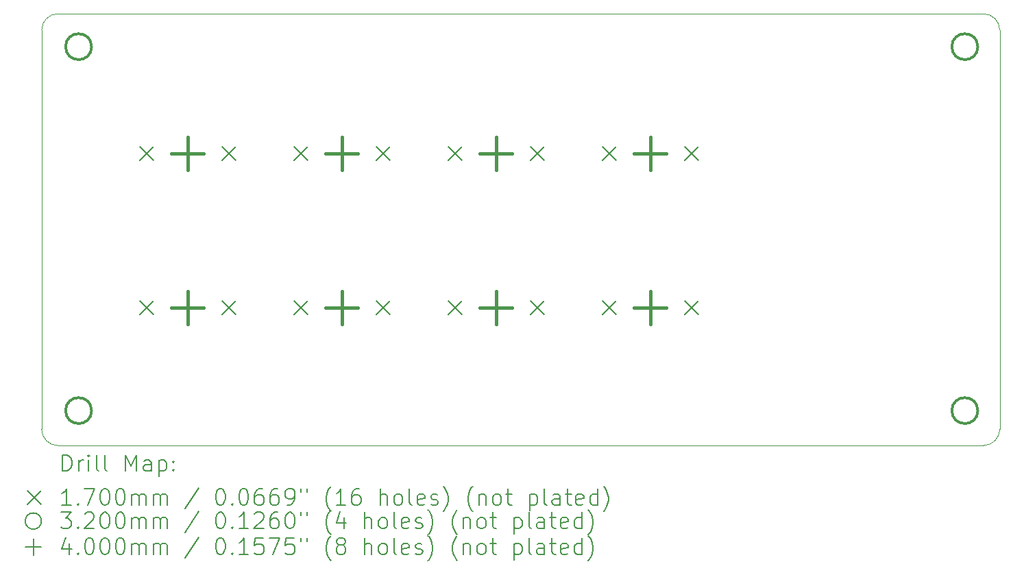
<source format=gbr>
%TF.GenerationSoftware,KiCad,Pcbnew,8.0.5*%
%TF.CreationDate,2024-10-03T21:29:44+02:00*%
%TF.ProjectId,knowabunga-macro,6b6e6f77-6162-4756-9e67-612d6d616372,rev?*%
%TF.SameCoordinates,Original*%
%TF.FileFunction,Drillmap*%
%TF.FilePolarity,Positive*%
%FSLAX45Y45*%
G04 Gerber Fmt 4.5, Leading zero omitted, Abs format (unit mm)*
G04 Created by KiCad (PCBNEW 8.0.5) date 2024-10-03 21:29:44*
%MOMM*%
%LPD*%
G01*
G04 APERTURE LIST*
%ADD10C,0.050000*%
%ADD11C,0.200000*%
%ADD12C,0.170000*%
%ADD13C,0.320000*%
%ADD14C,0.400000*%
G04 APERTURE END LIST*
D10*
X6197600Y-4292600D02*
X17627600Y-4292600D01*
X5994400Y-9423400D02*
X5994400Y-4495800D01*
X17627600Y-9626600D02*
X6197600Y-9626600D01*
X17830800Y-4495800D02*
X17830800Y-9423400D01*
X17627600Y-4292600D02*
G75*
G02*
X17830800Y-4495800I0J-203200D01*
G01*
X17830800Y-9423400D02*
G75*
G02*
X17627600Y-9626600I-203200J0D01*
G01*
X6197600Y-9626600D02*
G75*
G02*
X5994400Y-9423400I0J203200D01*
G01*
X5994400Y-4495800D02*
G75*
G02*
X6197600Y-4292600I203200J0D01*
G01*
D11*
D12*
X7204800Y-5934800D02*
X7374800Y-6104800D01*
X7374800Y-5934800D02*
X7204800Y-6104800D01*
X7204800Y-7839800D02*
X7374800Y-8009800D01*
X7374800Y-7839800D02*
X7204800Y-8009800D01*
X8220800Y-5934800D02*
X8390800Y-6104800D01*
X8390800Y-5934800D02*
X8220800Y-6104800D01*
X8220800Y-7839800D02*
X8390800Y-8009800D01*
X8390800Y-7839800D02*
X8220800Y-8009800D01*
X9109800Y-5934800D02*
X9279800Y-6104800D01*
X9279800Y-5934800D02*
X9109800Y-6104800D01*
X9109800Y-7839800D02*
X9279800Y-8009800D01*
X9279800Y-7839800D02*
X9109800Y-8009800D01*
X10125800Y-5934800D02*
X10295800Y-6104800D01*
X10295800Y-5934800D02*
X10125800Y-6104800D01*
X10125800Y-7839800D02*
X10295800Y-8009800D01*
X10295800Y-7839800D02*
X10125800Y-8009800D01*
X11014800Y-5934800D02*
X11184800Y-6104800D01*
X11184800Y-5934800D02*
X11014800Y-6104800D01*
X11014800Y-7839800D02*
X11184800Y-8009800D01*
X11184800Y-7839800D02*
X11014800Y-8009800D01*
X12030800Y-5934800D02*
X12200800Y-6104800D01*
X12200800Y-5934800D02*
X12030800Y-6104800D01*
X12030800Y-7839800D02*
X12200800Y-8009800D01*
X12200800Y-7839800D02*
X12030800Y-8009800D01*
X12919800Y-5934800D02*
X13089800Y-6104800D01*
X13089800Y-5934800D02*
X12919800Y-6104800D01*
X12919800Y-7839800D02*
X13089800Y-8009800D01*
X13089800Y-7839800D02*
X12919800Y-8009800D01*
X13935800Y-5934800D02*
X14105800Y-6104800D01*
X14105800Y-5934800D02*
X13935800Y-6104800D01*
X13935800Y-7839800D02*
X14105800Y-8009800D01*
X14105800Y-7839800D02*
X13935800Y-8009800D01*
D13*
X6611600Y-4699000D02*
G75*
G02*
X6291600Y-4699000I-160000J0D01*
G01*
X6291600Y-4699000D02*
G75*
G02*
X6611600Y-4699000I160000J0D01*
G01*
X6611600Y-9194800D02*
G75*
G02*
X6291600Y-9194800I-160000J0D01*
G01*
X6291600Y-9194800D02*
G75*
G02*
X6611600Y-9194800I160000J0D01*
G01*
X17559000Y-4699000D02*
G75*
G02*
X17239000Y-4699000I-160000J0D01*
G01*
X17239000Y-4699000D02*
G75*
G02*
X17559000Y-4699000I160000J0D01*
G01*
X17559000Y-9194800D02*
G75*
G02*
X17239000Y-9194800I-160000J0D01*
G01*
X17239000Y-9194800D02*
G75*
G02*
X17559000Y-9194800I160000J0D01*
G01*
D14*
X7797800Y-5819800D02*
X7797800Y-6219800D01*
X7597800Y-6019800D02*
X7997800Y-6019800D01*
X7797800Y-7724800D02*
X7797800Y-8124800D01*
X7597800Y-7924800D02*
X7997800Y-7924800D01*
X9702800Y-5819800D02*
X9702800Y-6219800D01*
X9502800Y-6019800D02*
X9902800Y-6019800D01*
X9702800Y-7724800D02*
X9702800Y-8124800D01*
X9502800Y-7924800D02*
X9902800Y-7924800D01*
X11607800Y-5819800D02*
X11607800Y-6219800D01*
X11407800Y-6019800D02*
X11807800Y-6019800D01*
X11607800Y-7724800D02*
X11607800Y-8124800D01*
X11407800Y-7924800D02*
X11807800Y-7924800D01*
X13512800Y-5819800D02*
X13512800Y-6219800D01*
X13312800Y-6019800D02*
X13712800Y-6019800D01*
X13512800Y-7724800D02*
X13512800Y-8124800D01*
X13312800Y-7924800D02*
X13712800Y-7924800D01*
D11*
X6252677Y-9940584D02*
X6252677Y-9740584D01*
X6252677Y-9740584D02*
X6300296Y-9740584D01*
X6300296Y-9740584D02*
X6328867Y-9750108D01*
X6328867Y-9750108D02*
X6347915Y-9769155D01*
X6347915Y-9769155D02*
X6357439Y-9788203D01*
X6357439Y-9788203D02*
X6366962Y-9826298D01*
X6366962Y-9826298D02*
X6366962Y-9854870D01*
X6366962Y-9854870D02*
X6357439Y-9892965D01*
X6357439Y-9892965D02*
X6347915Y-9912012D01*
X6347915Y-9912012D02*
X6328867Y-9931060D01*
X6328867Y-9931060D02*
X6300296Y-9940584D01*
X6300296Y-9940584D02*
X6252677Y-9940584D01*
X6452677Y-9940584D02*
X6452677Y-9807250D01*
X6452677Y-9845346D02*
X6462201Y-9826298D01*
X6462201Y-9826298D02*
X6471724Y-9816774D01*
X6471724Y-9816774D02*
X6490772Y-9807250D01*
X6490772Y-9807250D02*
X6509820Y-9807250D01*
X6576486Y-9940584D02*
X6576486Y-9807250D01*
X6576486Y-9740584D02*
X6566962Y-9750108D01*
X6566962Y-9750108D02*
X6576486Y-9759631D01*
X6576486Y-9759631D02*
X6586010Y-9750108D01*
X6586010Y-9750108D02*
X6576486Y-9740584D01*
X6576486Y-9740584D02*
X6576486Y-9759631D01*
X6700296Y-9940584D02*
X6681248Y-9931060D01*
X6681248Y-9931060D02*
X6671724Y-9912012D01*
X6671724Y-9912012D02*
X6671724Y-9740584D01*
X6805058Y-9940584D02*
X6786010Y-9931060D01*
X6786010Y-9931060D02*
X6776486Y-9912012D01*
X6776486Y-9912012D02*
X6776486Y-9740584D01*
X7033629Y-9940584D02*
X7033629Y-9740584D01*
X7033629Y-9740584D02*
X7100296Y-9883441D01*
X7100296Y-9883441D02*
X7166962Y-9740584D01*
X7166962Y-9740584D02*
X7166962Y-9940584D01*
X7347915Y-9940584D02*
X7347915Y-9835822D01*
X7347915Y-9835822D02*
X7338391Y-9816774D01*
X7338391Y-9816774D02*
X7319343Y-9807250D01*
X7319343Y-9807250D02*
X7281248Y-9807250D01*
X7281248Y-9807250D02*
X7262201Y-9816774D01*
X7347915Y-9931060D02*
X7328867Y-9940584D01*
X7328867Y-9940584D02*
X7281248Y-9940584D01*
X7281248Y-9940584D02*
X7262201Y-9931060D01*
X7262201Y-9931060D02*
X7252677Y-9912012D01*
X7252677Y-9912012D02*
X7252677Y-9892965D01*
X7252677Y-9892965D02*
X7262201Y-9873917D01*
X7262201Y-9873917D02*
X7281248Y-9864393D01*
X7281248Y-9864393D02*
X7328867Y-9864393D01*
X7328867Y-9864393D02*
X7347915Y-9854870D01*
X7443153Y-9807250D02*
X7443153Y-10007250D01*
X7443153Y-9816774D02*
X7462201Y-9807250D01*
X7462201Y-9807250D02*
X7500296Y-9807250D01*
X7500296Y-9807250D02*
X7519343Y-9816774D01*
X7519343Y-9816774D02*
X7528867Y-9826298D01*
X7528867Y-9826298D02*
X7538391Y-9845346D01*
X7538391Y-9845346D02*
X7538391Y-9902489D01*
X7538391Y-9902489D02*
X7528867Y-9921536D01*
X7528867Y-9921536D02*
X7519343Y-9931060D01*
X7519343Y-9931060D02*
X7500296Y-9940584D01*
X7500296Y-9940584D02*
X7462201Y-9940584D01*
X7462201Y-9940584D02*
X7443153Y-9931060D01*
X7624105Y-9921536D02*
X7633629Y-9931060D01*
X7633629Y-9931060D02*
X7624105Y-9940584D01*
X7624105Y-9940584D02*
X7614582Y-9931060D01*
X7614582Y-9931060D02*
X7624105Y-9921536D01*
X7624105Y-9921536D02*
X7624105Y-9940584D01*
X7624105Y-9816774D02*
X7633629Y-9826298D01*
X7633629Y-9826298D02*
X7624105Y-9835822D01*
X7624105Y-9835822D02*
X7614582Y-9826298D01*
X7614582Y-9826298D02*
X7624105Y-9816774D01*
X7624105Y-9816774D02*
X7624105Y-9835822D01*
D12*
X5821900Y-10184100D02*
X5991900Y-10354100D01*
X5991900Y-10184100D02*
X5821900Y-10354100D01*
D11*
X6357439Y-10360584D02*
X6243153Y-10360584D01*
X6300296Y-10360584D02*
X6300296Y-10160584D01*
X6300296Y-10160584D02*
X6281248Y-10189155D01*
X6281248Y-10189155D02*
X6262201Y-10208203D01*
X6262201Y-10208203D02*
X6243153Y-10217727D01*
X6443153Y-10341536D02*
X6452677Y-10351060D01*
X6452677Y-10351060D02*
X6443153Y-10360584D01*
X6443153Y-10360584D02*
X6433629Y-10351060D01*
X6433629Y-10351060D02*
X6443153Y-10341536D01*
X6443153Y-10341536D02*
X6443153Y-10360584D01*
X6519343Y-10160584D02*
X6652677Y-10160584D01*
X6652677Y-10160584D02*
X6566962Y-10360584D01*
X6766962Y-10160584D02*
X6786010Y-10160584D01*
X6786010Y-10160584D02*
X6805058Y-10170108D01*
X6805058Y-10170108D02*
X6814582Y-10179631D01*
X6814582Y-10179631D02*
X6824105Y-10198679D01*
X6824105Y-10198679D02*
X6833629Y-10236774D01*
X6833629Y-10236774D02*
X6833629Y-10284393D01*
X6833629Y-10284393D02*
X6824105Y-10322489D01*
X6824105Y-10322489D02*
X6814582Y-10341536D01*
X6814582Y-10341536D02*
X6805058Y-10351060D01*
X6805058Y-10351060D02*
X6786010Y-10360584D01*
X6786010Y-10360584D02*
X6766962Y-10360584D01*
X6766962Y-10360584D02*
X6747915Y-10351060D01*
X6747915Y-10351060D02*
X6738391Y-10341536D01*
X6738391Y-10341536D02*
X6728867Y-10322489D01*
X6728867Y-10322489D02*
X6719343Y-10284393D01*
X6719343Y-10284393D02*
X6719343Y-10236774D01*
X6719343Y-10236774D02*
X6728867Y-10198679D01*
X6728867Y-10198679D02*
X6738391Y-10179631D01*
X6738391Y-10179631D02*
X6747915Y-10170108D01*
X6747915Y-10170108D02*
X6766962Y-10160584D01*
X6957439Y-10160584D02*
X6976486Y-10160584D01*
X6976486Y-10160584D02*
X6995534Y-10170108D01*
X6995534Y-10170108D02*
X7005058Y-10179631D01*
X7005058Y-10179631D02*
X7014582Y-10198679D01*
X7014582Y-10198679D02*
X7024105Y-10236774D01*
X7024105Y-10236774D02*
X7024105Y-10284393D01*
X7024105Y-10284393D02*
X7014582Y-10322489D01*
X7014582Y-10322489D02*
X7005058Y-10341536D01*
X7005058Y-10341536D02*
X6995534Y-10351060D01*
X6995534Y-10351060D02*
X6976486Y-10360584D01*
X6976486Y-10360584D02*
X6957439Y-10360584D01*
X6957439Y-10360584D02*
X6938391Y-10351060D01*
X6938391Y-10351060D02*
X6928867Y-10341536D01*
X6928867Y-10341536D02*
X6919343Y-10322489D01*
X6919343Y-10322489D02*
X6909820Y-10284393D01*
X6909820Y-10284393D02*
X6909820Y-10236774D01*
X6909820Y-10236774D02*
X6919343Y-10198679D01*
X6919343Y-10198679D02*
X6928867Y-10179631D01*
X6928867Y-10179631D02*
X6938391Y-10170108D01*
X6938391Y-10170108D02*
X6957439Y-10160584D01*
X7109820Y-10360584D02*
X7109820Y-10227250D01*
X7109820Y-10246298D02*
X7119343Y-10236774D01*
X7119343Y-10236774D02*
X7138391Y-10227250D01*
X7138391Y-10227250D02*
X7166963Y-10227250D01*
X7166963Y-10227250D02*
X7186010Y-10236774D01*
X7186010Y-10236774D02*
X7195534Y-10255822D01*
X7195534Y-10255822D02*
X7195534Y-10360584D01*
X7195534Y-10255822D02*
X7205058Y-10236774D01*
X7205058Y-10236774D02*
X7224105Y-10227250D01*
X7224105Y-10227250D02*
X7252677Y-10227250D01*
X7252677Y-10227250D02*
X7271724Y-10236774D01*
X7271724Y-10236774D02*
X7281248Y-10255822D01*
X7281248Y-10255822D02*
X7281248Y-10360584D01*
X7376486Y-10360584D02*
X7376486Y-10227250D01*
X7376486Y-10246298D02*
X7386010Y-10236774D01*
X7386010Y-10236774D02*
X7405058Y-10227250D01*
X7405058Y-10227250D02*
X7433629Y-10227250D01*
X7433629Y-10227250D02*
X7452677Y-10236774D01*
X7452677Y-10236774D02*
X7462201Y-10255822D01*
X7462201Y-10255822D02*
X7462201Y-10360584D01*
X7462201Y-10255822D02*
X7471724Y-10236774D01*
X7471724Y-10236774D02*
X7490772Y-10227250D01*
X7490772Y-10227250D02*
X7519343Y-10227250D01*
X7519343Y-10227250D02*
X7538391Y-10236774D01*
X7538391Y-10236774D02*
X7547915Y-10255822D01*
X7547915Y-10255822D02*
X7547915Y-10360584D01*
X7938391Y-10151060D02*
X7766963Y-10408203D01*
X8195534Y-10160584D02*
X8214582Y-10160584D01*
X8214582Y-10160584D02*
X8233629Y-10170108D01*
X8233629Y-10170108D02*
X8243153Y-10179631D01*
X8243153Y-10179631D02*
X8252677Y-10198679D01*
X8252677Y-10198679D02*
X8262201Y-10236774D01*
X8262201Y-10236774D02*
X8262201Y-10284393D01*
X8262201Y-10284393D02*
X8252677Y-10322489D01*
X8252677Y-10322489D02*
X8243153Y-10341536D01*
X8243153Y-10341536D02*
X8233629Y-10351060D01*
X8233629Y-10351060D02*
X8214582Y-10360584D01*
X8214582Y-10360584D02*
X8195534Y-10360584D01*
X8195534Y-10360584D02*
X8176486Y-10351060D01*
X8176486Y-10351060D02*
X8166963Y-10341536D01*
X8166963Y-10341536D02*
X8157439Y-10322489D01*
X8157439Y-10322489D02*
X8147915Y-10284393D01*
X8147915Y-10284393D02*
X8147915Y-10236774D01*
X8147915Y-10236774D02*
X8157439Y-10198679D01*
X8157439Y-10198679D02*
X8166963Y-10179631D01*
X8166963Y-10179631D02*
X8176486Y-10170108D01*
X8176486Y-10170108D02*
X8195534Y-10160584D01*
X8347915Y-10341536D02*
X8357439Y-10351060D01*
X8357439Y-10351060D02*
X8347915Y-10360584D01*
X8347915Y-10360584D02*
X8338391Y-10351060D01*
X8338391Y-10351060D02*
X8347915Y-10341536D01*
X8347915Y-10341536D02*
X8347915Y-10360584D01*
X8481248Y-10160584D02*
X8500296Y-10160584D01*
X8500296Y-10160584D02*
X8519344Y-10170108D01*
X8519344Y-10170108D02*
X8528868Y-10179631D01*
X8528868Y-10179631D02*
X8538391Y-10198679D01*
X8538391Y-10198679D02*
X8547915Y-10236774D01*
X8547915Y-10236774D02*
X8547915Y-10284393D01*
X8547915Y-10284393D02*
X8538391Y-10322489D01*
X8538391Y-10322489D02*
X8528868Y-10341536D01*
X8528868Y-10341536D02*
X8519344Y-10351060D01*
X8519344Y-10351060D02*
X8500296Y-10360584D01*
X8500296Y-10360584D02*
X8481248Y-10360584D01*
X8481248Y-10360584D02*
X8462201Y-10351060D01*
X8462201Y-10351060D02*
X8452677Y-10341536D01*
X8452677Y-10341536D02*
X8443153Y-10322489D01*
X8443153Y-10322489D02*
X8433629Y-10284393D01*
X8433629Y-10284393D02*
X8433629Y-10236774D01*
X8433629Y-10236774D02*
X8443153Y-10198679D01*
X8443153Y-10198679D02*
X8452677Y-10179631D01*
X8452677Y-10179631D02*
X8462201Y-10170108D01*
X8462201Y-10170108D02*
X8481248Y-10160584D01*
X8719344Y-10160584D02*
X8681248Y-10160584D01*
X8681248Y-10160584D02*
X8662201Y-10170108D01*
X8662201Y-10170108D02*
X8652677Y-10179631D01*
X8652677Y-10179631D02*
X8633629Y-10208203D01*
X8633629Y-10208203D02*
X8624106Y-10246298D01*
X8624106Y-10246298D02*
X8624106Y-10322489D01*
X8624106Y-10322489D02*
X8633629Y-10341536D01*
X8633629Y-10341536D02*
X8643153Y-10351060D01*
X8643153Y-10351060D02*
X8662201Y-10360584D01*
X8662201Y-10360584D02*
X8700296Y-10360584D01*
X8700296Y-10360584D02*
X8719344Y-10351060D01*
X8719344Y-10351060D02*
X8728868Y-10341536D01*
X8728868Y-10341536D02*
X8738391Y-10322489D01*
X8738391Y-10322489D02*
X8738391Y-10274870D01*
X8738391Y-10274870D02*
X8728868Y-10255822D01*
X8728868Y-10255822D02*
X8719344Y-10246298D01*
X8719344Y-10246298D02*
X8700296Y-10236774D01*
X8700296Y-10236774D02*
X8662201Y-10236774D01*
X8662201Y-10236774D02*
X8643153Y-10246298D01*
X8643153Y-10246298D02*
X8633629Y-10255822D01*
X8633629Y-10255822D02*
X8624106Y-10274870D01*
X8909820Y-10160584D02*
X8871725Y-10160584D01*
X8871725Y-10160584D02*
X8852677Y-10170108D01*
X8852677Y-10170108D02*
X8843153Y-10179631D01*
X8843153Y-10179631D02*
X8824106Y-10208203D01*
X8824106Y-10208203D02*
X8814582Y-10246298D01*
X8814582Y-10246298D02*
X8814582Y-10322489D01*
X8814582Y-10322489D02*
X8824106Y-10341536D01*
X8824106Y-10341536D02*
X8833629Y-10351060D01*
X8833629Y-10351060D02*
X8852677Y-10360584D01*
X8852677Y-10360584D02*
X8890772Y-10360584D01*
X8890772Y-10360584D02*
X8909820Y-10351060D01*
X8909820Y-10351060D02*
X8919344Y-10341536D01*
X8919344Y-10341536D02*
X8928868Y-10322489D01*
X8928868Y-10322489D02*
X8928868Y-10274870D01*
X8928868Y-10274870D02*
X8919344Y-10255822D01*
X8919344Y-10255822D02*
X8909820Y-10246298D01*
X8909820Y-10246298D02*
X8890772Y-10236774D01*
X8890772Y-10236774D02*
X8852677Y-10236774D01*
X8852677Y-10236774D02*
X8833629Y-10246298D01*
X8833629Y-10246298D02*
X8824106Y-10255822D01*
X8824106Y-10255822D02*
X8814582Y-10274870D01*
X9024106Y-10360584D02*
X9062201Y-10360584D01*
X9062201Y-10360584D02*
X9081249Y-10351060D01*
X9081249Y-10351060D02*
X9090772Y-10341536D01*
X9090772Y-10341536D02*
X9109820Y-10312965D01*
X9109820Y-10312965D02*
X9119344Y-10274870D01*
X9119344Y-10274870D02*
X9119344Y-10198679D01*
X9119344Y-10198679D02*
X9109820Y-10179631D01*
X9109820Y-10179631D02*
X9100296Y-10170108D01*
X9100296Y-10170108D02*
X9081249Y-10160584D01*
X9081249Y-10160584D02*
X9043153Y-10160584D01*
X9043153Y-10160584D02*
X9024106Y-10170108D01*
X9024106Y-10170108D02*
X9014582Y-10179631D01*
X9014582Y-10179631D02*
X9005058Y-10198679D01*
X9005058Y-10198679D02*
X9005058Y-10246298D01*
X9005058Y-10246298D02*
X9014582Y-10265346D01*
X9014582Y-10265346D02*
X9024106Y-10274870D01*
X9024106Y-10274870D02*
X9043153Y-10284393D01*
X9043153Y-10284393D02*
X9081249Y-10284393D01*
X9081249Y-10284393D02*
X9100296Y-10274870D01*
X9100296Y-10274870D02*
X9109820Y-10265346D01*
X9109820Y-10265346D02*
X9119344Y-10246298D01*
X9195534Y-10160584D02*
X9195534Y-10198679D01*
X9271725Y-10160584D02*
X9271725Y-10198679D01*
X9566963Y-10436774D02*
X9557439Y-10427250D01*
X9557439Y-10427250D02*
X9538391Y-10398679D01*
X9538391Y-10398679D02*
X9528868Y-10379631D01*
X9528868Y-10379631D02*
X9519344Y-10351060D01*
X9519344Y-10351060D02*
X9509820Y-10303441D01*
X9509820Y-10303441D02*
X9509820Y-10265346D01*
X9509820Y-10265346D02*
X9519344Y-10217727D01*
X9519344Y-10217727D02*
X9528868Y-10189155D01*
X9528868Y-10189155D02*
X9538391Y-10170108D01*
X9538391Y-10170108D02*
X9557439Y-10141536D01*
X9557439Y-10141536D02*
X9566963Y-10132012D01*
X9747915Y-10360584D02*
X9633630Y-10360584D01*
X9690772Y-10360584D02*
X9690772Y-10160584D01*
X9690772Y-10160584D02*
X9671725Y-10189155D01*
X9671725Y-10189155D02*
X9652677Y-10208203D01*
X9652677Y-10208203D02*
X9633630Y-10217727D01*
X9919344Y-10160584D02*
X9881249Y-10160584D01*
X9881249Y-10160584D02*
X9862201Y-10170108D01*
X9862201Y-10170108D02*
X9852677Y-10179631D01*
X9852677Y-10179631D02*
X9833630Y-10208203D01*
X9833630Y-10208203D02*
X9824106Y-10246298D01*
X9824106Y-10246298D02*
X9824106Y-10322489D01*
X9824106Y-10322489D02*
X9833630Y-10341536D01*
X9833630Y-10341536D02*
X9843153Y-10351060D01*
X9843153Y-10351060D02*
X9862201Y-10360584D01*
X9862201Y-10360584D02*
X9900296Y-10360584D01*
X9900296Y-10360584D02*
X9919344Y-10351060D01*
X9919344Y-10351060D02*
X9928868Y-10341536D01*
X9928868Y-10341536D02*
X9938391Y-10322489D01*
X9938391Y-10322489D02*
X9938391Y-10274870D01*
X9938391Y-10274870D02*
X9928868Y-10255822D01*
X9928868Y-10255822D02*
X9919344Y-10246298D01*
X9919344Y-10246298D02*
X9900296Y-10236774D01*
X9900296Y-10236774D02*
X9862201Y-10236774D01*
X9862201Y-10236774D02*
X9843153Y-10246298D01*
X9843153Y-10246298D02*
X9833630Y-10255822D01*
X9833630Y-10255822D02*
X9824106Y-10274870D01*
X10176487Y-10360584D02*
X10176487Y-10160584D01*
X10262201Y-10360584D02*
X10262201Y-10255822D01*
X10262201Y-10255822D02*
X10252677Y-10236774D01*
X10252677Y-10236774D02*
X10233630Y-10227250D01*
X10233630Y-10227250D02*
X10205058Y-10227250D01*
X10205058Y-10227250D02*
X10186011Y-10236774D01*
X10186011Y-10236774D02*
X10176487Y-10246298D01*
X10386011Y-10360584D02*
X10366963Y-10351060D01*
X10366963Y-10351060D02*
X10357439Y-10341536D01*
X10357439Y-10341536D02*
X10347915Y-10322489D01*
X10347915Y-10322489D02*
X10347915Y-10265346D01*
X10347915Y-10265346D02*
X10357439Y-10246298D01*
X10357439Y-10246298D02*
X10366963Y-10236774D01*
X10366963Y-10236774D02*
X10386011Y-10227250D01*
X10386011Y-10227250D02*
X10414582Y-10227250D01*
X10414582Y-10227250D02*
X10433630Y-10236774D01*
X10433630Y-10236774D02*
X10443153Y-10246298D01*
X10443153Y-10246298D02*
X10452677Y-10265346D01*
X10452677Y-10265346D02*
X10452677Y-10322489D01*
X10452677Y-10322489D02*
X10443153Y-10341536D01*
X10443153Y-10341536D02*
X10433630Y-10351060D01*
X10433630Y-10351060D02*
X10414582Y-10360584D01*
X10414582Y-10360584D02*
X10386011Y-10360584D01*
X10566963Y-10360584D02*
X10547915Y-10351060D01*
X10547915Y-10351060D02*
X10538392Y-10332012D01*
X10538392Y-10332012D02*
X10538392Y-10160584D01*
X10719344Y-10351060D02*
X10700296Y-10360584D01*
X10700296Y-10360584D02*
X10662201Y-10360584D01*
X10662201Y-10360584D02*
X10643153Y-10351060D01*
X10643153Y-10351060D02*
X10633630Y-10332012D01*
X10633630Y-10332012D02*
X10633630Y-10255822D01*
X10633630Y-10255822D02*
X10643153Y-10236774D01*
X10643153Y-10236774D02*
X10662201Y-10227250D01*
X10662201Y-10227250D02*
X10700296Y-10227250D01*
X10700296Y-10227250D02*
X10719344Y-10236774D01*
X10719344Y-10236774D02*
X10728868Y-10255822D01*
X10728868Y-10255822D02*
X10728868Y-10274870D01*
X10728868Y-10274870D02*
X10633630Y-10293917D01*
X10805058Y-10351060D02*
X10824106Y-10360584D01*
X10824106Y-10360584D02*
X10862201Y-10360584D01*
X10862201Y-10360584D02*
X10881249Y-10351060D01*
X10881249Y-10351060D02*
X10890773Y-10332012D01*
X10890773Y-10332012D02*
X10890773Y-10322489D01*
X10890773Y-10322489D02*
X10881249Y-10303441D01*
X10881249Y-10303441D02*
X10862201Y-10293917D01*
X10862201Y-10293917D02*
X10833630Y-10293917D01*
X10833630Y-10293917D02*
X10814582Y-10284393D01*
X10814582Y-10284393D02*
X10805058Y-10265346D01*
X10805058Y-10265346D02*
X10805058Y-10255822D01*
X10805058Y-10255822D02*
X10814582Y-10236774D01*
X10814582Y-10236774D02*
X10833630Y-10227250D01*
X10833630Y-10227250D02*
X10862201Y-10227250D01*
X10862201Y-10227250D02*
X10881249Y-10236774D01*
X10957439Y-10436774D02*
X10966963Y-10427250D01*
X10966963Y-10427250D02*
X10986011Y-10398679D01*
X10986011Y-10398679D02*
X10995534Y-10379631D01*
X10995534Y-10379631D02*
X11005058Y-10351060D01*
X11005058Y-10351060D02*
X11014582Y-10303441D01*
X11014582Y-10303441D02*
X11014582Y-10265346D01*
X11014582Y-10265346D02*
X11005058Y-10217727D01*
X11005058Y-10217727D02*
X10995534Y-10189155D01*
X10995534Y-10189155D02*
X10986011Y-10170108D01*
X10986011Y-10170108D02*
X10966963Y-10141536D01*
X10966963Y-10141536D02*
X10957439Y-10132012D01*
X11319344Y-10436774D02*
X11309820Y-10427250D01*
X11309820Y-10427250D02*
X11290772Y-10398679D01*
X11290772Y-10398679D02*
X11281249Y-10379631D01*
X11281249Y-10379631D02*
X11271725Y-10351060D01*
X11271725Y-10351060D02*
X11262201Y-10303441D01*
X11262201Y-10303441D02*
X11262201Y-10265346D01*
X11262201Y-10265346D02*
X11271725Y-10217727D01*
X11271725Y-10217727D02*
X11281249Y-10189155D01*
X11281249Y-10189155D02*
X11290772Y-10170108D01*
X11290772Y-10170108D02*
X11309820Y-10141536D01*
X11309820Y-10141536D02*
X11319344Y-10132012D01*
X11395534Y-10227250D02*
X11395534Y-10360584D01*
X11395534Y-10246298D02*
X11405058Y-10236774D01*
X11405058Y-10236774D02*
X11424106Y-10227250D01*
X11424106Y-10227250D02*
X11452677Y-10227250D01*
X11452677Y-10227250D02*
X11471725Y-10236774D01*
X11471725Y-10236774D02*
X11481249Y-10255822D01*
X11481249Y-10255822D02*
X11481249Y-10360584D01*
X11605058Y-10360584D02*
X11586011Y-10351060D01*
X11586011Y-10351060D02*
X11576487Y-10341536D01*
X11576487Y-10341536D02*
X11566963Y-10322489D01*
X11566963Y-10322489D02*
X11566963Y-10265346D01*
X11566963Y-10265346D02*
X11576487Y-10246298D01*
X11576487Y-10246298D02*
X11586011Y-10236774D01*
X11586011Y-10236774D02*
X11605058Y-10227250D01*
X11605058Y-10227250D02*
X11633630Y-10227250D01*
X11633630Y-10227250D02*
X11652677Y-10236774D01*
X11652677Y-10236774D02*
X11662201Y-10246298D01*
X11662201Y-10246298D02*
X11671725Y-10265346D01*
X11671725Y-10265346D02*
X11671725Y-10322489D01*
X11671725Y-10322489D02*
X11662201Y-10341536D01*
X11662201Y-10341536D02*
X11652677Y-10351060D01*
X11652677Y-10351060D02*
X11633630Y-10360584D01*
X11633630Y-10360584D02*
X11605058Y-10360584D01*
X11728868Y-10227250D02*
X11805058Y-10227250D01*
X11757439Y-10160584D02*
X11757439Y-10332012D01*
X11757439Y-10332012D02*
X11766963Y-10351060D01*
X11766963Y-10351060D02*
X11786011Y-10360584D01*
X11786011Y-10360584D02*
X11805058Y-10360584D01*
X12024106Y-10227250D02*
X12024106Y-10427250D01*
X12024106Y-10236774D02*
X12043153Y-10227250D01*
X12043153Y-10227250D02*
X12081249Y-10227250D01*
X12081249Y-10227250D02*
X12100296Y-10236774D01*
X12100296Y-10236774D02*
X12109820Y-10246298D01*
X12109820Y-10246298D02*
X12119344Y-10265346D01*
X12119344Y-10265346D02*
X12119344Y-10322489D01*
X12119344Y-10322489D02*
X12109820Y-10341536D01*
X12109820Y-10341536D02*
X12100296Y-10351060D01*
X12100296Y-10351060D02*
X12081249Y-10360584D01*
X12081249Y-10360584D02*
X12043153Y-10360584D01*
X12043153Y-10360584D02*
X12024106Y-10351060D01*
X12233630Y-10360584D02*
X12214582Y-10351060D01*
X12214582Y-10351060D02*
X12205058Y-10332012D01*
X12205058Y-10332012D02*
X12205058Y-10160584D01*
X12395534Y-10360584D02*
X12395534Y-10255822D01*
X12395534Y-10255822D02*
X12386011Y-10236774D01*
X12386011Y-10236774D02*
X12366963Y-10227250D01*
X12366963Y-10227250D02*
X12328868Y-10227250D01*
X12328868Y-10227250D02*
X12309820Y-10236774D01*
X12395534Y-10351060D02*
X12376487Y-10360584D01*
X12376487Y-10360584D02*
X12328868Y-10360584D01*
X12328868Y-10360584D02*
X12309820Y-10351060D01*
X12309820Y-10351060D02*
X12300296Y-10332012D01*
X12300296Y-10332012D02*
X12300296Y-10312965D01*
X12300296Y-10312965D02*
X12309820Y-10293917D01*
X12309820Y-10293917D02*
X12328868Y-10284393D01*
X12328868Y-10284393D02*
X12376487Y-10284393D01*
X12376487Y-10284393D02*
X12395534Y-10274870D01*
X12462201Y-10227250D02*
X12538392Y-10227250D01*
X12490773Y-10160584D02*
X12490773Y-10332012D01*
X12490773Y-10332012D02*
X12500296Y-10351060D01*
X12500296Y-10351060D02*
X12519344Y-10360584D01*
X12519344Y-10360584D02*
X12538392Y-10360584D01*
X12681249Y-10351060D02*
X12662201Y-10360584D01*
X12662201Y-10360584D02*
X12624106Y-10360584D01*
X12624106Y-10360584D02*
X12605058Y-10351060D01*
X12605058Y-10351060D02*
X12595534Y-10332012D01*
X12595534Y-10332012D02*
X12595534Y-10255822D01*
X12595534Y-10255822D02*
X12605058Y-10236774D01*
X12605058Y-10236774D02*
X12624106Y-10227250D01*
X12624106Y-10227250D02*
X12662201Y-10227250D01*
X12662201Y-10227250D02*
X12681249Y-10236774D01*
X12681249Y-10236774D02*
X12690773Y-10255822D01*
X12690773Y-10255822D02*
X12690773Y-10274870D01*
X12690773Y-10274870D02*
X12595534Y-10293917D01*
X12862201Y-10360584D02*
X12862201Y-10160584D01*
X12862201Y-10351060D02*
X12843154Y-10360584D01*
X12843154Y-10360584D02*
X12805058Y-10360584D01*
X12805058Y-10360584D02*
X12786011Y-10351060D01*
X12786011Y-10351060D02*
X12776487Y-10341536D01*
X12776487Y-10341536D02*
X12766963Y-10322489D01*
X12766963Y-10322489D02*
X12766963Y-10265346D01*
X12766963Y-10265346D02*
X12776487Y-10246298D01*
X12776487Y-10246298D02*
X12786011Y-10236774D01*
X12786011Y-10236774D02*
X12805058Y-10227250D01*
X12805058Y-10227250D02*
X12843154Y-10227250D01*
X12843154Y-10227250D02*
X12862201Y-10236774D01*
X12938392Y-10436774D02*
X12947915Y-10427250D01*
X12947915Y-10427250D02*
X12966963Y-10398679D01*
X12966963Y-10398679D02*
X12976487Y-10379631D01*
X12976487Y-10379631D02*
X12986011Y-10351060D01*
X12986011Y-10351060D02*
X12995534Y-10303441D01*
X12995534Y-10303441D02*
X12995534Y-10265346D01*
X12995534Y-10265346D02*
X12986011Y-10217727D01*
X12986011Y-10217727D02*
X12976487Y-10189155D01*
X12976487Y-10189155D02*
X12966963Y-10170108D01*
X12966963Y-10170108D02*
X12947915Y-10141536D01*
X12947915Y-10141536D02*
X12938392Y-10132012D01*
X5991900Y-10559100D02*
G75*
G02*
X5791900Y-10559100I-100000J0D01*
G01*
X5791900Y-10559100D02*
G75*
G02*
X5991900Y-10559100I100000J0D01*
G01*
X6233629Y-10450584D02*
X6357439Y-10450584D01*
X6357439Y-10450584D02*
X6290772Y-10526774D01*
X6290772Y-10526774D02*
X6319343Y-10526774D01*
X6319343Y-10526774D02*
X6338391Y-10536298D01*
X6338391Y-10536298D02*
X6347915Y-10545822D01*
X6347915Y-10545822D02*
X6357439Y-10564870D01*
X6357439Y-10564870D02*
X6357439Y-10612489D01*
X6357439Y-10612489D02*
X6347915Y-10631536D01*
X6347915Y-10631536D02*
X6338391Y-10641060D01*
X6338391Y-10641060D02*
X6319343Y-10650584D01*
X6319343Y-10650584D02*
X6262201Y-10650584D01*
X6262201Y-10650584D02*
X6243153Y-10641060D01*
X6243153Y-10641060D02*
X6233629Y-10631536D01*
X6443153Y-10631536D02*
X6452677Y-10641060D01*
X6452677Y-10641060D02*
X6443153Y-10650584D01*
X6443153Y-10650584D02*
X6433629Y-10641060D01*
X6433629Y-10641060D02*
X6443153Y-10631536D01*
X6443153Y-10631536D02*
X6443153Y-10650584D01*
X6528867Y-10469631D02*
X6538391Y-10460108D01*
X6538391Y-10460108D02*
X6557439Y-10450584D01*
X6557439Y-10450584D02*
X6605058Y-10450584D01*
X6605058Y-10450584D02*
X6624105Y-10460108D01*
X6624105Y-10460108D02*
X6633629Y-10469631D01*
X6633629Y-10469631D02*
X6643153Y-10488679D01*
X6643153Y-10488679D02*
X6643153Y-10507727D01*
X6643153Y-10507727D02*
X6633629Y-10536298D01*
X6633629Y-10536298D02*
X6519343Y-10650584D01*
X6519343Y-10650584D02*
X6643153Y-10650584D01*
X6766962Y-10450584D02*
X6786010Y-10450584D01*
X6786010Y-10450584D02*
X6805058Y-10460108D01*
X6805058Y-10460108D02*
X6814582Y-10469631D01*
X6814582Y-10469631D02*
X6824105Y-10488679D01*
X6824105Y-10488679D02*
X6833629Y-10526774D01*
X6833629Y-10526774D02*
X6833629Y-10574393D01*
X6833629Y-10574393D02*
X6824105Y-10612489D01*
X6824105Y-10612489D02*
X6814582Y-10631536D01*
X6814582Y-10631536D02*
X6805058Y-10641060D01*
X6805058Y-10641060D02*
X6786010Y-10650584D01*
X6786010Y-10650584D02*
X6766962Y-10650584D01*
X6766962Y-10650584D02*
X6747915Y-10641060D01*
X6747915Y-10641060D02*
X6738391Y-10631536D01*
X6738391Y-10631536D02*
X6728867Y-10612489D01*
X6728867Y-10612489D02*
X6719343Y-10574393D01*
X6719343Y-10574393D02*
X6719343Y-10526774D01*
X6719343Y-10526774D02*
X6728867Y-10488679D01*
X6728867Y-10488679D02*
X6738391Y-10469631D01*
X6738391Y-10469631D02*
X6747915Y-10460108D01*
X6747915Y-10460108D02*
X6766962Y-10450584D01*
X6957439Y-10450584D02*
X6976486Y-10450584D01*
X6976486Y-10450584D02*
X6995534Y-10460108D01*
X6995534Y-10460108D02*
X7005058Y-10469631D01*
X7005058Y-10469631D02*
X7014582Y-10488679D01*
X7014582Y-10488679D02*
X7024105Y-10526774D01*
X7024105Y-10526774D02*
X7024105Y-10574393D01*
X7024105Y-10574393D02*
X7014582Y-10612489D01*
X7014582Y-10612489D02*
X7005058Y-10631536D01*
X7005058Y-10631536D02*
X6995534Y-10641060D01*
X6995534Y-10641060D02*
X6976486Y-10650584D01*
X6976486Y-10650584D02*
X6957439Y-10650584D01*
X6957439Y-10650584D02*
X6938391Y-10641060D01*
X6938391Y-10641060D02*
X6928867Y-10631536D01*
X6928867Y-10631536D02*
X6919343Y-10612489D01*
X6919343Y-10612489D02*
X6909820Y-10574393D01*
X6909820Y-10574393D02*
X6909820Y-10526774D01*
X6909820Y-10526774D02*
X6919343Y-10488679D01*
X6919343Y-10488679D02*
X6928867Y-10469631D01*
X6928867Y-10469631D02*
X6938391Y-10460108D01*
X6938391Y-10460108D02*
X6957439Y-10450584D01*
X7109820Y-10650584D02*
X7109820Y-10517250D01*
X7109820Y-10536298D02*
X7119343Y-10526774D01*
X7119343Y-10526774D02*
X7138391Y-10517250D01*
X7138391Y-10517250D02*
X7166963Y-10517250D01*
X7166963Y-10517250D02*
X7186010Y-10526774D01*
X7186010Y-10526774D02*
X7195534Y-10545822D01*
X7195534Y-10545822D02*
X7195534Y-10650584D01*
X7195534Y-10545822D02*
X7205058Y-10526774D01*
X7205058Y-10526774D02*
X7224105Y-10517250D01*
X7224105Y-10517250D02*
X7252677Y-10517250D01*
X7252677Y-10517250D02*
X7271724Y-10526774D01*
X7271724Y-10526774D02*
X7281248Y-10545822D01*
X7281248Y-10545822D02*
X7281248Y-10650584D01*
X7376486Y-10650584D02*
X7376486Y-10517250D01*
X7376486Y-10536298D02*
X7386010Y-10526774D01*
X7386010Y-10526774D02*
X7405058Y-10517250D01*
X7405058Y-10517250D02*
X7433629Y-10517250D01*
X7433629Y-10517250D02*
X7452677Y-10526774D01*
X7452677Y-10526774D02*
X7462201Y-10545822D01*
X7462201Y-10545822D02*
X7462201Y-10650584D01*
X7462201Y-10545822D02*
X7471724Y-10526774D01*
X7471724Y-10526774D02*
X7490772Y-10517250D01*
X7490772Y-10517250D02*
X7519343Y-10517250D01*
X7519343Y-10517250D02*
X7538391Y-10526774D01*
X7538391Y-10526774D02*
X7547915Y-10545822D01*
X7547915Y-10545822D02*
X7547915Y-10650584D01*
X7938391Y-10441060D02*
X7766963Y-10698203D01*
X8195534Y-10450584D02*
X8214582Y-10450584D01*
X8214582Y-10450584D02*
X8233629Y-10460108D01*
X8233629Y-10460108D02*
X8243153Y-10469631D01*
X8243153Y-10469631D02*
X8252677Y-10488679D01*
X8252677Y-10488679D02*
X8262201Y-10526774D01*
X8262201Y-10526774D02*
X8262201Y-10574393D01*
X8262201Y-10574393D02*
X8252677Y-10612489D01*
X8252677Y-10612489D02*
X8243153Y-10631536D01*
X8243153Y-10631536D02*
X8233629Y-10641060D01*
X8233629Y-10641060D02*
X8214582Y-10650584D01*
X8214582Y-10650584D02*
X8195534Y-10650584D01*
X8195534Y-10650584D02*
X8176486Y-10641060D01*
X8176486Y-10641060D02*
X8166963Y-10631536D01*
X8166963Y-10631536D02*
X8157439Y-10612489D01*
X8157439Y-10612489D02*
X8147915Y-10574393D01*
X8147915Y-10574393D02*
X8147915Y-10526774D01*
X8147915Y-10526774D02*
X8157439Y-10488679D01*
X8157439Y-10488679D02*
X8166963Y-10469631D01*
X8166963Y-10469631D02*
X8176486Y-10460108D01*
X8176486Y-10460108D02*
X8195534Y-10450584D01*
X8347915Y-10631536D02*
X8357439Y-10641060D01*
X8357439Y-10641060D02*
X8347915Y-10650584D01*
X8347915Y-10650584D02*
X8338391Y-10641060D01*
X8338391Y-10641060D02*
X8347915Y-10631536D01*
X8347915Y-10631536D02*
X8347915Y-10650584D01*
X8547915Y-10650584D02*
X8433629Y-10650584D01*
X8490772Y-10650584D02*
X8490772Y-10450584D01*
X8490772Y-10450584D02*
X8471725Y-10479155D01*
X8471725Y-10479155D02*
X8452677Y-10498203D01*
X8452677Y-10498203D02*
X8433629Y-10507727D01*
X8624106Y-10469631D02*
X8633629Y-10460108D01*
X8633629Y-10460108D02*
X8652677Y-10450584D01*
X8652677Y-10450584D02*
X8700296Y-10450584D01*
X8700296Y-10450584D02*
X8719344Y-10460108D01*
X8719344Y-10460108D02*
X8728868Y-10469631D01*
X8728868Y-10469631D02*
X8738391Y-10488679D01*
X8738391Y-10488679D02*
X8738391Y-10507727D01*
X8738391Y-10507727D02*
X8728868Y-10536298D01*
X8728868Y-10536298D02*
X8614582Y-10650584D01*
X8614582Y-10650584D02*
X8738391Y-10650584D01*
X8909820Y-10450584D02*
X8871725Y-10450584D01*
X8871725Y-10450584D02*
X8852677Y-10460108D01*
X8852677Y-10460108D02*
X8843153Y-10469631D01*
X8843153Y-10469631D02*
X8824106Y-10498203D01*
X8824106Y-10498203D02*
X8814582Y-10536298D01*
X8814582Y-10536298D02*
X8814582Y-10612489D01*
X8814582Y-10612489D02*
X8824106Y-10631536D01*
X8824106Y-10631536D02*
X8833629Y-10641060D01*
X8833629Y-10641060D02*
X8852677Y-10650584D01*
X8852677Y-10650584D02*
X8890772Y-10650584D01*
X8890772Y-10650584D02*
X8909820Y-10641060D01*
X8909820Y-10641060D02*
X8919344Y-10631536D01*
X8919344Y-10631536D02*
X8928868Y-10612489D01*
X8928868Y-10612489D02*
X8928868Y-10564870D01*
X8928868Y-10564870D02*
X8919344Y-10545822D01*
X8919344Y-10545822D02*
X8909820Y-10536298D01*
X8909820Y-10536298D02*
X8890772Y-10526774D01*
X8890772Y-10526774D02*
X8852677Y-10526774D01*
X8852677Y-10526774D02*
X8833629Y-10536298D01*
X8833629Y-10536298D02*
X8824106Y-10545822D01*
X8824106Y-10545822D02*
X8814582Y-10564870D01*
X9052677Y-10450584D02*
X9071725Y-10450584D01*
X9071725Y-10450584D02*
X9090772Y-10460108D01*
X9090772Y-10460108D02*
X9100296Y-10469631D01*
X9100296Y-10469631D02*
X9109820Y-10488679D01*
X9109820Y-10488679D02*
X9119344Y-10526774D01*
X9119344Y-10526774D02*
X9119344Y-10574393D01*
X9119344Y-10574393D02*
X9109820Y-10612489D01*
X9109820Y-10612489D02*
X9100296Y-10631536D01*
X9100296Y-10631536D02*
X9090772Y-10641060D01*
X9090772Y-10641060D02*
X9071725Y-10650584D01*
X9071725Y-10650584D02*
X9052677Y-10650584D01*
X9052677Y-10650584D02*
X9033629Y-10641060D01*
X9033629Y-10641060D02*
X9024106Y-10631536D01*
X9024106Y-10631536D02*
X9014582Y-10612489D01*
X9014582Y-10612489D02*
X9005058Y-10574393D01*
X9005058Y-10574393D02*
X9005058Y-10526774D01*
X9005058Y-10526774D02*
X9014582Y-10488679D01*
X9014582Y-10488679D02*
X9024106Y-10469631D01*
X9024106Y-10469631D02*
X9033629Y-10460108D01*
X9033629Y-10460108D02*
X9052677Y-10450584D01*
X9195534Y-10450584D02*
X9195534Y-10488679D01*
X9271725Y-10450584D02*
X9271725Y-10488679D01*
X9566963Y-10726774D02*
X9557439Y-10717250D01*
X9557439Y-10717250D02*
X9538391Y-10688679D01*
X9538391Y-10688679D02*
X9528868Y-10669631D01*
X9528868Y-10669631D02*
X9519344Y-10641060D01*
X9519344Y-10641060D02*
X9509820Y-10593441D01*
X9509820Y-10593441D02*
X9509820Y-10555346D01*
X9509820Y-10555346D02*
X9519344Y-10507727D01*
X9519344Y-10507727D02*
X9528868Y-10479155D01*
X9528868Y-10479155D02*
X9538391Y-10460108D01*
X9538391Y-10460108D02*
X9557439Y-10431536D01*
X9557439Y-10431536D02*
X9566963Y-10422012D01*
X9728868Y-10517250D02*
X9728868Y-10650584D01*
X9681249Y-10441060D02*
X9633630Y-10583917D01*
X9633630Y-10583917D02*
X9757439Y-10583917D01*
X9986011Y-10650584D02*
X9986011Y-10450584D01*
X10071725Y-10650584D02*
X10071725Y-10545822D01*
X10071725Y-10545822D02*
X10062201Y-10526774D01*
X10062201Y-10526774D02*
X10043153Y-10517250D01*
X10043153Y-10517250D02*
X10014582Y-10517250D01*
X10014582Y-10517250D02*
X9995534Y-10526774D01*
X9995534Y-10526774D02*
X9986011Y-10536298D01*
X10195534Y-10650584D02*
X10176487Y-10641060D01*
X10176487Y-10641060D02*
X10166963Y-10631536D01*
X10166963Y-10631536D02*
X10157439Y-10612489D01*
X10157439Y-10612489D02*
X10157439Y-10555346D01*
X10157439Y-10555346D02*
X10166963Y-10536298D01*
X10166963Y-10536298D02*
X10176487Y-10526774D01*
X10176487Y-10526774D02*
X10195534Y-10517250D01*
X10195534Y-10517250D02*
X10224106Y-10517250D01*
X10224106Y-10517250D02*
X10243153Y-10526774D01*
X10243153Y-10526774D02*
X10252677Y-10536298D01*
X10252677Y-10536298D02*
X10262201Y-10555346D01*
X10262201Y-10555346D02*
X10262201Y-10612489D01*
X10262201Y-10612489D02*
X10252677Y-10631536D01*
X10252677Y-10631536D02*
X10243153Y-10641060D01*
X10243153Y-10641060D02*
X10224106Y-10650584D01*
X10224106Y-10650584D02*
X10195534Y-10650584D01*
X10376487Y-10650584D02*
X10357439Y-10641060D01*
X10357439Y-10641060D02*
X10347915Y-10622012D01*
X10347915Y-10622012D02*
X10347915Y-10450584D01*
X10528868Y-10641060D02*
X10509820Y-10650584D01*
X10509820Y-10650584D02*
X10471725Y-10650584D01*
X10471725Y-10650584D02*
X10452677Y-10641060D01*
X10452677Y-10641060D02*
X10443153Y-10622012D01*
X10443153Y-10622012D02*
X10443153Y-10545822D01*
X10443153Y-10545822D02*
X10452677Y-10526774D01*
X10452677Y-10526774D02*
X10471725Y-10517250D01*
X10471725Y-10517250D02*
X10509820Y-10517250D01*
X10509820Y-10517250D02*
X10528868Y-10526774D01*
X10528868Y-10526774D02*
X10538392Y-10545822D01*
X10538392Y-10545822D02*
X10538392Y-10564870D01*
X10538392Y-10564870D02*
X10443153Y-10583917D01*
X10614582Y-10641060D02*
X10633630Y-10650584D01*
X10633630Y-10650584D02*
X10671725Y-10650584D01*
X10671725Y-10650584D02*
X10690773Y-10641060D01*
X10690773Y-10641060D02*
X10700296Y-10622012D01*
X10700296Y-10622012D02*
X10700296Y-10612489D01*
X10700296Y-10612489D02*
X10690773Y-10593441D01*
X10690773Y-10593441D02*
X10671725Y-10583917D01*
X10671725Y-10583917D02*
X10643153Y-10583917D01*
X10643153Y-10583917D02*
X10624106Y-10574393D01*
X10624106Y-10574393D02*
X10614582Y-10555346D01*
X10614582Y-10555346D02*
X10614582Y-10545822D01*
X10614582Y-10545822D02*
X10624106Y-10526774D01*
X10624106Y-10526774D02*
X10643153Y-10517250D01*
X10643153Y-10517250D02*
X10671725Y-10517250D01*
X10671725Y-10517250D02*
X10690773Y-10526774D01*
X10766963Y-10726774D02*
X10776487Y-10717250D01*
X10776487Y-10717250D02*
X10795534Y-10688679D01*
X10795534Y-10688679D02*
X10805058Y-10669631D01*
X10805058Y-10669631D02*
X10814582Y-10641060D01*
X10814582Y-10641060D02*
X10824106Y-10593441D01*
X10824106Y-10593441D02*
X10824106Y-10555346D01*
X10824106Y-10555346D02*
X10814582Y-10507727D01*
X10814582Y-10507727D02*
X10805058Y-10479155D01*
X10805058Y-10479155D02*
X10795534Y-10460108D01*
X10795534Y-10460108D02*
X10776487Y-10431536D01*
X10776487Y-10431536D02*
X10766963Y-10422012D01*
X11128868Y-10726774D02*
X11119344Y-10717250D01*
X11119344Y-10717250D02*
X11100296Y-10688679D01*
X11100296Y-10688679D02*
X11090773Y-10669631D01*
X11090773Y-10669631D02*
X11081249Y-10641060D01*
X11081249Y-10641060D02*
X11071725Y-10593441D01*
X11071725Y-10593441D02*
X11071725Y-10555346D01*
X11071725Y-10555346D02*
X11081249Y-10507727D01*
X11081249Y-10507727D02*
X11090773Y-10479155D01*
X11090773Y-10479155D02*
X11100296Y-10460108D01*
X11100296Y-10460108D02*
X11119344Y-10431536D01*
X11119344Y-10431536D02*
X11128868Y-10422012D01*
X11205058Y-10517250D02*
X11205058Y-10650584D01*
X11205058Y-10536298D02*
X11214582Y-10526774D01*
X11214582Y-10526774D02*
X11233630Y-10517250D01*
X11233630Y-10517250D02*
X11262201Y-10517250D01*
X11262201Y-10517250D02*
X11281249Y-10526774D01*
X11281249Y-10526774D02*
X11290772Y-10545822D01*
X11290772Y-10545822D02*
X11290772Y-10650584D01*
X11414582Y-10650584D02*
X11395534Y-10641060D01*
X11395534Y-10641060D02*
X11386011Y-10631536D01*
X11386011Y-10631536D02*
X11376487Y-10612489D01*
X11376487Y-10612489D02*
X11376487Y-10555346D01*
X11376487Y-10555346D02*
X11386011Y-10536298D01*
X11386011Y-10536298D02*
X11395534Y-10526774D01*
X11395534Y-10526774D02*
X11414582Y-10517250D01*
X11414582Y-10517250D02*
X11443153Y-10517250D01*
X11443153Y-10517250D02*
X11462201Y-10526774D01*
X11462201Y-10526774D02*
X11471725Y-10536298D01*
X11471725Y-10536298D02*
X11481249Y-10555346D01*
X11481249Y-10555346D02*
X11481249Y-10612489D01*
X11481249Y-10612489D02*
X11471725Y-10631536D01*
X11471725Y-10631536D02*
X11462201Y-10641060D01*
X11462201Y-10641060D02*
X11443153Y-10650584D01*
X11443153Y-10650584D02*
X11414582Y-10650584D01*
X11538392Y-10517250D02*
X11614582Y-10517250D01*
X11566963Y-10450584D02*
X11566963Y-10622012D01*
X11566963Y-10622012D02*
X11576487Y-10641060D01*
X11576487Y-10641060D02*
X11595534Y-10650584D01*
X11595534Y-10650584D02*
X11614582Y-10650584D01*
X11833630Y-10517250D02*
X11833630Y-10717250D01*
X11833630Y-10526774D02*
X11852677Y-10517250D01*
X11852677Y-10517250D02*
X11890773Y-10517250D01*
X11890773Y-10517250D02*
X11909820Y-10526774D01*
X11909820Y-10526774D02*
X11919344Y-10536298D01*
X11919344Y-10536298D02*
X11928868Y-10555346D01*
X11928868Y-10555346D02*
X11928868Y-10612489D01*
X11928868Y-10612489D02*
X11919344Y-10631536D01*
X11919344Y-10631536D02*
X11909820Y-10641060D01*
X11909820Y-10641060D02*
X11890773Y-10650584D01*
X11890773Y-10650584D02*
X11852677Y-10650584D01*
X11852677Y-10650584D02*
X11833630Y-10641060D01*
X12043153Y-10650584D02*
X12024106Y-10641060D01*
X12024106Y-10641060D02*
X12014582Y-10622012D01*
X12014582Y-10622012D02*
X12014582Y-10450584D01*
X12205058Y-10650584D02*
X12205058Y-10545822D01*
X12205058Y-10545822D02*
X12195534Y-10526774D01*
X12195534Y-10526774D02*
X12176487Y-10517250D01*
X12176487Y-10517250D02*
X12138392Y-10517250D01*
X12138392Y-10517250D02*
X12119344Y-10526774D01*
X12205058Y-10641060D02*
X12186011Y-10650584D01*
X12186011Y-10650584D02*
X12138392Y-10650584D01*
X12138392Y-10650584D02*
X12119344Y-10641060D01*
X12119344Y-10641060D02*
X12109820Y-10622012D01*
X12109820Y-10622012D02*
X12109820Y-10602965D01*
X12109820Y-10602965D02*
X12119344Y-10583917D01*
X12119344Y-10583917D02*
X12138392Y-10574393D01*
X12138392Y-10574393D02*
X12186011Y-10574393D01*
X12186011Y-10574393D02*
X12205058Y-10564870D01*
X12271725Y-10517250D02*
X12347915Y-10517250D01*
X12300296Y-10450584D02*
X12300296Y-10622012D01*
X12300296Y-10622012D02*
X12309820Y-10641060D01*
X12309820Y-10641060D02*
X12328868Y-10650584D01*
X12328868Y-10650584D02*
X12347915Y-10650584D01*
X12490773Y-10641060D02*
X12471725Y-10650584D01*
X12471725Y-10650584D02*
X12433630Y-10650584D01*
X12433630Y-10650584D02*
X12414582Y-10641060D01*
X12414582Y-10641060D02*
X12405058Y-10622012D01*
X12405058Y-10622012D02*
X12405058Y-10545822D01*
X12405058Y-10545822D02*
X12414582Y-10526774D01*
X12414582Y-10526774D02*
X12433630Y-10517250D01*
X12433630Y-10517250D02*
X12471725Y-10517250D01*
X12471725Y-10517250D02*
X12490773Y-10526774D01*
X12490773Y-10526774D02*
X12500296Y-10545822D01*
X12500296Y-10545822D02*
X12500296Y-10564870D01*
X12500296Y-10564870D02*
X12405058Y-10583917D01*
X12671725Y-10650584D02*
X12671725Y-10450584D01*
X12671725Y-10641060D02*
X12652677Y-10650584D01*
X12652677Y-10650584D02*
X12614582Y-10650584D01*
X12614582Y-10650584D02*
X12595534Y-10641060D01*
X12595534Y-10641060D02*
X12586011Y-10631536D01*
X12586011Y-10631536D02*
X12576487Y-10612489D01*
X12576487Y-10612489D02*
X12576487Y-10555346D01*
X12576487Y-10555346D02*
X12586011Y-10536298D01*
X12586011Y-10536298D02*
X12595534Y-10526774D01*
X12595534Y-10526774D02*
X12614582Y-10517250D01*
X12614582Y-10517250D02*
X12652677Y-10517250D01*
X12652677Y-10517250D02*
X12671725Y-10526774D01*
X12747915Y-10726774D02*
X12757439Y-10717250D01*
X12757439Y-10717250D02*
X12776487Y-10688679D01*
X12776487Y-10688679D02*
X12786011Y-10669631D01*
X12786011Y-10669631D02*
X12795534Y-10641060D01*
X12795534Y-10641060D02*
X12805058Y-10593441D01*
X12805058Y-10593441D02*
X12805058Y-10555346D01*
X12805058Y-10555346D02*
X12795534Y-10507727D01*
X12795534Y-10507727D02*
X12786011Y-10479155D01*
X12786011Y-10479155D02*
X12776487Y-10460108D01*
X12776487Y-10460108D02*
X12757439Y-10431536D01*
X12757439Y-10431536D02*
X12747915Y-10422012D01*
X5891900Y-10779100D02*
X5891900Y-10979100D01*
X5791900Y-10879100D02*
X5991900Y-10879100D01*
X6338391Y-10837250D02*
X6338391Y-10970584D01*
X6290772Y-10761060D02*
X6243153Y-10903917D01*
X6243153Y-10903917D02*
X6366962Y-10903917D01*
X6443153Y-10951536D02*
X6452677Y-10961060D01*
X6452677Y-10961060D02*
X6443153Y-10970584D01*
X6443153Y-10970584D02*
X6433629Y-10961060D01*
X6433629Y-10961060D02*
X6443153Y-10951536D01*
X6443153Y-10951536D02*
X6443153Y-10970584D01*
X6576486Y-10770584D02*
X6595534Y-10770584D01*
X6595534Y-10770584D02*
X6614582Y-10780108D01*
X6614582Y-10780108D02*
X6624105Y-10789631D01*
X6624105Y-10789631D02*
X6633629Y-10808679D01*
X6633629Y-10808679D02*
X6643153Y-10846774D01*
X6643153Y-10846774D02*
X6643153Y-10894393D01*
X6643153Y-10894393D02*
X6633629Y-10932489D01*
X6633629Y-10932489D02*
X6624105Y-10951536D01*
X6624105Y-10951536D02*
X6614582Y-10961060D01*
X6614582Y-10961060D02*
X6595534Y-10970584D01*
X6595534Y-10970584D02*
X6576486Y-10970584D01*
X6576486Y-10970584D02*
X6557439Y-10961060D01*
X6557439Y-10961060D02*
X6547915Y-10951536D01*
X6547915Y-10951536D02*
X6538391Y-10932489D01*
X6538391Y-10932489D02*
X6528867Y-10894393D01*
X6528867Y-10894393D02*
X6528867Y-10846774D01*
X6528867Y-10846774D02*
X6538391Y-10808679D01*
X6538391Y-10808679D02*
X6547915Y-10789631D01*
X6547915Y-10789631D02*
X6557439Y-10780108D01*
X6557439Y-10780108D02*
X6576486Y-10770584D01*
X6766962Y-10770584D02*
X6786010Y-10770584D01*
X6786010Y-10770584D02*
X6805058Y-10780108D01*
X6805058Y-10780108D02*
X6814582Y-10789631D01*
X6814582Y-10789631D02*
X6824105Y-10808679D01*
X6824105Y-10808679D02*
X6833629Y-10846774D01*
X6833629Y-10846774D02*
X6833629Y-10894393D01*
X6833629Y-10894393D02*
X6824105Y-10932489D01*
X6824105Y-10932489D02*
X6814582Y-10951536D01*
X6814582Y-10951536D02*
X6805058Y-10961060D01*
X6805058Y-10961060D02*
X6786010Y-10970584D01*
X6786010Y-10970584D02*
X6766962Y-10970584D01*
X6766962Y-10970584D02*
X6747915Y-10961060D01*
X6747915Y-10961060D02*
X6738391Y-10951536D01*
X6738391Y-10951536D02*
X6728867Y-10932489D01*
X6728867Y-10932489D02*
X6719343Y-10894393D01*
X6719343Y-10894393D02*
X6719343Y-10846774D01*
X6719343Y-10846774D02*
X6728867Y-10808679D01*
X6728867Y-10808679D02*
X6738391Y-10789631D01*
X6738391Y-10789631D02*
X6747915Y-10780108D01*
X6747915Y-10780108D02*
X6766962Y-10770584D01*
X6957439Y-10770584D02*
X6976486Y-10770584D01*
X6976486Y-10770584D02*
X6995534Y-10780108D01*
X6995534Y-10780108D02*
X7005058Y-10789631D01*
X7005058Y-10789631D02*
X7014582Y-10808679D01*
X7014582Y-10808679D02*
X7024105Y-10846774D01*
X7024105Y-10846774D02*
X7024105Y-10894393D01*
X7024105Y-10894393D02*
X7014582Y-10932489D01*
X7014582Y-10932489D02*
X7005058Y-10951536D01*
X7005058Y-10951536D02*
X6995534Y-10961060D01*
X6995534Y-10961060D02*
X6976486Y-10970584D01*
X6976486Y-10970584D02*
X6957439Y-10970584D01*
X6957439Y-10970584D02*
X6938391Y-10961060D01*
X6938391Y-10961060D02*
X6928867Y-10951536D01*
X6928867Y-10951536D02*
X6919343Y-10932489D01*
X6919343Y-10932489D02*
X6909820Y-10894393D01*
X6909820Y-10894393D02*
X6909820Y-10846774D01*
X6909820Y-10846774D02*
X6919343Y-10808679D01*
X6919343Y-10808679D02*
X6928867Y-10789631D01*
X6928867Y-10789631D02*
X6938391Y-10780108D01*
X6938391Y-10780108D02*
X6957439Y-10770584D01*
X7109820Y-10970584D02*
X7109820Y-10837250D01*
X7109820Y-10856298D02*
X7119343Y-10846774D01*
X7119343Y-10846774D02*
X7138391Y-10837250D01*
X7138391Y-10837250D02*
X7166963Y-10837250D01*
X7166963Y-10837250D02*
X7186010Y-10846774D01*
X7186010Y-10846774D02*
X7195534Y-10865822D01*
X7195534Y-10865822D02*
X7195534Y-10970584D01*
X7195534Y-10865822D02*
X7205058Y-10846774D01*
X7205058Y-10846774D02*
X7224105Y-10837250D01*
X7224105Y-10837250D02*
X7252677Y-10837250D01*
X7252677Y-10837250D02*
X7271724Y-10846774D01*
X7271724Y-10846774D02*
X7281248Y-10865822D01*
X7281248Y-10865822D02*
X7281248Y-10970584D01*
X7376486Y-10970584D02*
X7376486Y-10837250D01*
X7376486Y-10856298D02*
X7386010Y-10846774D01*
X7386010Y-10846774D02*
X7405058Y-10837250D01*
X7405058Y-10837250D02*
X7433629Y-10837250D01*
X7433629Y-10837250D02*
X7452677Y-10846774D01*
X7452677Y-10846774D02*
X7462201Y-10865822D01*
X7462201Y-10865822D02*
X7462201Y-10970584D01*
X7462201Y-10865822D02*
X7471724Y-10846774D01*
X7471724Y-10846774D02*
X7490772Y-10837250D01*
X7490772Y-10837250D02*
X7519343Y-10837250D01*
X7519343Y-10837250D02*
X7538391Y-10846774D01*
X7538391Y-10846774D02*
X7547915Y-10865822D01*
X7547915Y-10865822D02*
X7547915Y-10970584D01*
X7938391Y-10761060D02*
X7766963Y-11018203D01*
X8195534Y-10770584D02*
X8214582Y-10770584D01*
X8214582Y-10770584D02*
X8233629Y-10780108D01*
X8233629Y-10780108D02*
X8243153Y-10789631D01*
X8243153Y-10789631D02*
X8252677Y-10808679D01*
X8252677Y-10808679D02*
X8262201Y-10846774D01*
X8262201Y-10846774D02*
X8262201Y-10894393D01*
X8262201Y-10894393D02*
X8252677Y-10932489D01*
X8252677Y-10932489D02*
X8243153Y-10951536D01*
X8243153Y-10951536D02*
X8233629Y-10961060D01*
X8233629Y-10961060D02*
X8214582Y-10970584D01*
X8214582Y-10970584D02*
X8195534Y-10970584D01*
X8195534Y-10970584D02*
X8176486Y-10961060D01*
X8176486Y-10961060D02*
X8166963Y-10951536D01*
X8166963Y-10951536D02*
X8157439Y-10932489D01*
X8157439Y-10932489D02*
X8147915Y-10894393D01*
X8147915Y-10894393D02*
X8147915Y-10846774D01*
X8147915Y-10846774D02*
X8157439Y-10808679D01*
X8157439Y-10808679D02*
X8166963Y-10789631D01*
X8166963Y-10789631D02*
X8176486Y-10780108D01*
X8176486Y-10780108D02*
X8195534Y-10770584D01*
X8347915Y-10951536D02*
X8357439Y-10961060D01*
X8357439Y-10961060D02*
X8347915Y-10970584D01*
X8347915Y-10970584D02*
X8338391Y-10961060D01*
X8338391Y-10961060D02*
X8347915Y-10951536D01*
X8347915Y-10951536D02*
X8347915Y-10970584D01*
X8547915Y-10970584D02*
X8433629Y-10970584D01*
X8490772Y-10970584D02*
X8490772Y-10770584D01*
X8490772Y-10770584D02*
X8471725Y-10799155D01*
X8471725Y-10799155D02*
X8452677Y-10818203D01*
X8452677Y-10818203D02*
X8433629Y-10827727D01*
X8728868Y-10770584D02*
X8633629Y-10770584D01*
X8633629Y-10770584D02*
X8624106Y-10865822D01*
X8624106Y-10865822D02*
X8633629Y-10856298D01*
X8633629Y-10856298D02*
X8652677Y-10846774D01*
X8652677Y-10846774D02*
X8700296Y-10846774D01*
X8700296Y-10846774D02*
X8719344Y-10856298D01*
X8719344Y-10856298D02*
X8728868Y-10865822D01*
X8728868Y-10865822D02*
X8738391Y-10884870D01*
X8738391Y-10884870D02*
X8738391Y-10932489D01*
X8738391Y-10932489D02*
X8728868Y-10951536D01*
X8728868Y-10951536D02*
X8719344Y-10961060D01*
X8719344Y-10961060D02*
X8700296Y-10970584D01*
X8700296Y-10970584D02*
X8652677Y-10970584D01*
X8652677Y-10970584D02*
X8633629Y-10961060D01*
X8633629Y-10961060D02*
X8624106Y-10951536D01*
X8805058Y-10770584D02*
X8938391Y-10770584D01*
X8938391Y-10770584D02*
X8852677Y-10970584D01*
X9109820Y-10770584D02*
X9014582Y-10770584D01*
X9014582Y-10770584D02*
X9005058Y-10865822D01*
X9005058Y-10865822D02*
X9014582Y-10856298D01*
X9014582Y-10856298D02*
X9033629Y-10846774D01*
X9033629Y-10846774D02*
X9081249Y-10846774D01*
X9081249Y-10846774D02*
X9100296Y-10856298D01*
X9100296Y-10856298D02*
X9109820Y-10865822D01*
X9109820Y-10865822D02*
X9119344Y-10884870D01*
X9119344Y-10884870D02*
X9119344Y-10932489D01*
X9119344Y-10932489D02*
X9109820Y-10951536D01*
X9109820Y-10951536D02*
X9100296Y-10961060D01*
X9100296Y-10961060D02*
X9081249Y-10970584D01*
X9081249Y-10970584D02*
X9033629Y-10970584D01*
X9033629Y-10970584D02*
X9014582Y-10961060D01*
X9014582Y-10961060D02*
X9005058Y-10951536D01*
X9195534Y-10770584D02*
X9195534Y-10808679D01*
X9271725Y-10770584D02*
X9271725Y-10808679D01*
X9566963Y-11046774D02*
X9557439Y-11037250D01*
X9557439Y-11037250D02*
X9538391Y-11008679D01*
X9538391Y-11008679D02*
X9528868Y-10989631D01*
X9528868Y-10989631D02*
X9519344Y-10961060D01*
X9519344Y-10961060D02*
X9509820Y-10913441D01*
X9509820Y-10913441D02*
X9509820Y-10875346D01*
X9509820Y-10875346D02*
X9519344Y-10827727D01*
X9519344Y-10827727D02*
X9528868Y-10799155D01*
X9528868Y-10799155D02*
X9538391Y-10780108D01*
X9538391Y-10780108D02*
X9557439Y-10751536D01*
X9557439Y-10751536D02*
X9566963Y-10742012D01*
X9671725Y-10856298D02*
X9652677Y-10846774D01*
X9652677Y-10846774D02*
X9643153Y-10837250D01*
X9643153Y-10837250D02*
X9633630Y-10818203D01*
X9633630Y-10818203D02*
X9633630Y-10808679D01*
X9633630Y-10808679D02*
X9643153Y-10789631D01*
X9643153Y-10789631D02*
X9652677Y-10780108D01*
X9652677Y-10780108D02*
X9671725Y-10770584D01*
X9671725Y-10770584D02*
X9709820Y-10770584D01*
X9709820Y-10770584D02*
X9728868Y-10780108D01*
X9728868Y-10780108D02*
X9738391Y-10789631D01*
X9738391Y-10789631D02*
X9747915Y-10808679D01*
X9747915Y-10808679D02*
X9747915Y-10818203D01*
X9747915Y-10818203D02*
X9738391Y-10837250D01*
X9738391Y-10837250D02*
X9728868Y-10846774D01*
X9728868Y-10846774D02*
X9709820Y-10856298D01*
X9709820Y-10856298D02*
X9671725Y-10856298D01*
X9671725Y-10856298D02*
X9652677Y-10865822D01*
X9652677Y-10865822D02*
X9643153Y-10875346D01*
X9643153Y-10875346D02*
X9633630Y-10894393D01*
X9633630Y-10894393D02*
X9633630Y-10932489D01*
X9633630Y-10932489D02*
X9643153Y-10951536D01*
X9643153Y-10951536D02*
X9652677Y-10961060D01*
X9652677Y-10961060D02*
X9671725Y-10970584D01*
X9671725Y-10970584D02*
X9709820Y-10970584D01*
X9709820Y-10970584D02*
X9728868Y-10961060D01*
X9728868Y-10961060D02*
X9738391Y-10951536D01*
X9738391Y-10951536D02*
X9747915Y-10932489D01*
X9747915Y-10932489D02*
X9747915Y-10894393D01*
X9747915Y-10894393D02*
X9738391Y-10875346D01*
X9738391Y-10875346D02*
X9728868Y-10865822D01*
X9728868Y-10865822D02*
X9709820Y-10856298D01*
X9986011Y-10970584D02*
X9986011Y-10770584D01*
X10071725Y-10970584D02*
X10071725Y-10865822D01*
X10071725Y-10865822D02*
X10062201Y-10846774D01*
X10062201Y-10846774D02*
X10043153Y-10837250D01*
X10043153Y-10837250D02*
X10014582Y-10837250D01*
X10014582Y-10837250D02*
X9995534Y-10846774D01*
X9995534Y-10846774D02*
X9986011Y-10856298D01*
X10195534Y-10970584D02*
X10176487Y-10961060D01*
X10176487Y-10961060D02*
X10166963Y-10951536D01*
X10166963Y-10951536D02*
X10157439Y-10932489D01*
X10157439Y-10932489D02*
X10157439Y-10875346D01*
X10157439Y-10875346D02*
X10166963Y-10856298D01*
X10166963Y-10856298D02*
X10176487Y-10846774D01*
X10176487Y-10846774D02*
X10195534Y-10837250D01*
X10195534Y-10837250D02*
X10224106Y-10837250D01*
X10224106Y-10837250D02*
X10243153Y-10846774D01*
X10243153Y-10846774D02*
X10252677Y-10856298D01*
X10252677Y-10856298D02*
X10262201Y-10875346D01*
X10262201Y-10875346D02*
X10262201Y-10932489D01*
X10262201Y-10932489D02*
X10252677Y-10951536D01*
X10252677Y-10951536D02*
X10243153Y-10961060D01*
X10243153Y-10961060D02*
X10224106Y-10970584D01*
X10224106Y-10970584D02*
X10195534Y-10970584D01*
X10376487Y-10970584D02*
X10357439Y-10961060D01*
X10357439Y-10961060D02*
X10347915Y-10942012D01*
X10347915Y-10942012D02*
X10347915Y-10770584D01*
X10528868Y-10961060D02*
X10509820Y-10970584D01*
X10509820Y-10970584D02*
X10471725Y-10970584D01*
X10471725Y-10970584D02*
X10452677Y-10961060D01*
X10452677Y-10961060D02*
X10443153Y-10942012D01*
X10443153Y-10942012D02*
X10443153Y-10865822D01*
X10443153Y-10865822D02*
X10452677Y-10846774D01*
X10452677Y-10846774D02*
X10471725Y-10837250D01*
X10471725Y-10837250D02*
X10509820Y-10837250D01*
X10509820Y-10837250D02*
X10528868Y-10846774D01*
X10528868Y-10846774D02*
X10538392Y-10865822D01*
X10538392Y-10865822D02*
X10538392Y-10884870D01*
X10538392Y-10884870D02*
X10443153Y-10903917D01*
X10614582Y-10961060D02*
X10633630Y-10970584D01*
X10633630Y-10970584D02*
X10671725Y-10970584D01*
X10671725Y-10970584D02*
X10690773Y-10961060D01*
X10690773Y-10961060D02*
X10700296Y-10942012D01*
X10700296Y-10942012D02*
X10700296Y-10932489D01*
X10700296Y-10932489D02*
X10690773Y-10913441D01*
X10690773Y-10913441D02*
X10671725Y-10903917D01*
X10671725Y-10903917D02*
X10643153Y-10903917D01*
X10643153Y-10903917D02*
X10624106Y-10894393D01*
X10624106Y-10894393D02*
X10614582Y-10875346D01*
X10614582Y-10875346D02*
X10614582Y-10865822D01*
X10614582Y-10865822D02*
X10624106Y-10846774D01*
X10624106Y-10846774D02*
X10643153Y-10837250D01*
X10643153Y-10837250D02*
X10671725Y-10837250D01*
X10671725Y-10837250D02*
X10690773Y-10846774D01*
X10766963Y-11046774D02*
X10776487Y-11037250D01*
X10776487Y-11037250D02*
X10795534Y-11008679D01*
X10795534Y-11008679D02*
X10805058Y-10989631D01*
X10805058Y-10989631D02*
X10814582Y-10961060D01*
X10814582Y-10961060D02*
X10824106Y-10913441D01*
X10824106Y-10913441D02*
X10824106Y-10875346D01*
X10824106Y-10875346D02*
X10814582Y-10827727D01*
X10814582Y-10827727D02*
X10805058Y-10799155D01*
X10805058Y-10799155D02*
X10795534Y-10780108D01*
X10795534Y-10780108D02*
X10776487Y-10751536D01*
X10776487Y-10751536D02*
X10766963Y-10742012D01*
X11128868Y-11046774D02*
X11119344Y-11037250D01*
X11119344Y-11037250D02*
X11100296Y-11008679D01*
X11100296Y-11008679D02*
X11090773Y-10989631D01*
X11090773Y-10989631D02*
X11081249Y-10961060D01*
X11081249Y-10961060D02*
X11071725Y-10913441D01*
X11071725Y-10913441D02*
X11071725Y-10875346D01*
X11071725Y-10875346D02*
X11081249Y-10827727D01*
X11081249Y-10827727D02*
X11090773Y-10799155D01*
X11090773Y-10799155D02*
X11100296Y-10780108D01*
X11100296Y-10780108D02*
X11119344Y-10751536D01*
X11119344Y-10751536D02*
X11128868Y-10742012D01*
X11205058Y-10837250D02*
X11205058Y-10970584D01*
X11205058Y-10856298D02*
X11214582Y-10846774D01*
X11214582Y-10846774D02*
X11233630Y-10837250D01*
X11233630Y-10837250D02*
X11262201Y-10837250D01*
X11262201Y-10837250D02*
X11281249Y-10846774D01*
X11281249Y-10846774D02*
X11290772Y-10865822D01*
X11290772Y-10865822D02*
X11290772Y-10970584D01*
X11414582Y-10970584D02*
X11395534Y-10961060D01*
X11395534Y-10961060D02*
X11386011Y-10951536D01*
X11386011Y-10951536D02*
X11376487Y-10932489D01*
X11376487Y-10932489D02*
X11376487Y-10875346D01*
X11376487Y-10875346D02*
X11386011Y-10856298D01*
X11386011Y-10856298D02*
X11395534Y-10846774D01*
X11395534Y-10846774D02*
X11414582Y-10837250D01*
X11414582Y-10837250D02*
X11443153Y-10837250D01*
X11443153Y-10837250D02*
X11462201Y-10846774D01*
X11462201Y-10846774D02*
X11471725Y-10856298D01*
X11471725Y-10856298D02*
X11481249Y-10875346D01*
X11481249Y-10875346D02*
X11481249Y-10932489D01*
X11481249Y-10932489D02*
X11471725Y-10951536D01*
X11471725Y-10951536D02*
X11462201Y-10961060D01*
X11462201Y-10961060D02*
X11443153Y-10970584D01*
X11443153Y-10970584D02*
X11414582Y-10970584D01*
X11538392Y-10837250D02*
X11614582Y-10837250D01*
X11566963Y-10770584D02*
X11566963Y-10942012D01*
X11566963Y-10942012D02*
X11576487Y-10961060D01*
X11576487Y-10961060D02*
X11595534Y-10970584D01*
X11595534Y-10970584D02*
X11614582Y-10970584D01*
X11833630Y-10837250D02*
X11833630Y-11037250D01*
X11833630Y-10846774D02*
X11852677Y-10837250D01*
X11852677Y-10837250D02*
X11890773Y-10837250D01*
X11890773Y-10837250D02*
X11909820Y-10846774D01*
X11909820Y-10846774D02*
X11919344Y-10856298D01*
X11919344Y-10856298D02*
X11928868Y-10875346D01*
X11928868Y-10875346D02*
X11928868Y-10932489D01*
X11928868Y-10932489D02*
X11919344Y-10951536D01*
X11919344Y-10951536D02*
X11909820Y-10961060D01*
X11909820Y-10961060D02*
X11890773Y-10970584D01*
X11890773Y-10970584D02*
X11852677Y-10970584D01*
X11852677Y-10970584D02*
X11833630Y-10961060D01*
X12043153Y-10970584D02*
X12024106Y-10961060D01*
X12024106Y-10961060D02*
X12014582Y-10942012D01*
X12014582Y-10942012D02*
X12014582Y-10770584D01*
X12205058Y-10970584D02*
X12205058Y-10865822D01*
X12205058Y-10865822D02*
X12195534Y-10846774D01*
X12195534Y-10846774D02*
X12176487Y-10837250D01*
X12176487Y-10837250D02*
X12138392Y-10837250D01*
X12138392Y-10837250D02*
X12119344Y-10846774D01*
X12205058Y-10961060D02*
X12186011Y-10970584D01*
X12186011Y-10970584D02*
X12138392Y-10970584D01*
X12138392Y-10970584D02*
X12119344Y-10961060D01*
X12119344Y-10961060D02*
X12109820Y-10942012D01*
X12109820Y-10942012D02*
X12109820Y-10922965D01*
X12109820Y-10922965D02*
X12119344Y-10903917D01*
X12119344Y-10903917D02*
X12138392Y-10894393D01*
X12138392Y-10894393D02*
X12186011Y-10894393D01*
X12186011Y-10894393D02*
X12205058Y-10884870D01*
X12271725Y-10837250D02*
X12347915Y-10837250D01*
X12300296Y-10770584D02*
X12300296Y-10942012D01*
X12300296Y-10942012D02*
X12309820Y-10961060D01*
X12309820Y-10961060D02*
X12328868Y-10970584D01*
X12328868Y-10970584D02*
X12347915Y-10970584D01*
X12490773Y-10961060D02*
X12471725Y-10970584D01*
X12471725Y-10970584D02*
X12433630Y-10970584D01*
X12433630Y-10970584D02*
X12414582Y-10961060D01*
X12414582Y-10961060D02*
X12405058Y-10942012D01*
X12405058Y-10942012D02*
X12405058Y-10865822D01*
X12405058Y-10865822D02*
X12414582Y-10846774D01*
X12414582Y-10846774D02*
X12433630Y-10837250D01*
X12433630Y-10837250D02*
X12471725Y-10837250D01*
X12471725Y-10837250D02*
X12490773Y-10846774D01*
X12490773Y-10846774D02*
X12500296Y-10865822D01*
X12500296Y-10865822D02*
X12500296Y-10884870D01*
X12500296Y-10884870D02*
X12405058Y-10903917D01*
X12671725Y-10970584D02*
X12671725Y-10770584D01*
X12671725Y-10961060D02*
X12652677Y-10970584D01*
X12652677Y-10970584D02*
X12614582Y-10970584D01*
X12614582Y-10970584D02*
X12595534Y-10961060D01*
X12595534Y-10961060D02*
X12586011Y-10951536D01*
X12586011Y-10951536D02*
X12576487Y-10932489D01*
X12576487Y-10932489D02*
X12576487Y-10875346D01*
X12576487Y-10875346D02*
X12586011Y-10856298D01*
X12586011Y-10856298D02*
X12595534Y-10846774D01*
X12595534Y-10846774D02*
X12614582Y-10837250D01*
X12614582Y-10837250D02*
X12652677Y-10837250D01*
X12652677Y-10837250D02*
X12671725Y-10846774D01*
X12747915Y-11046774D02*
X12757439Y-11037250D01*
X12757439Y-11037250D02*
X12776487Y-11008679D01*
X12776487Y-11008679D02*
X12786011Y-10989631D01*
X12786011Y-10989631D02*
X12795534Y-10961060D01*
X12795534Y-10961060D02*
X12805058Y-10913441D01*
X12805058Y-10913441D02*
X12805058Y-10875346D01*
X12805058Y-10875346D02*
X12795534Y-10827727D01*
X12795534Y-10827727D02*
X12786011Y-10799155D01*
X12786011Y-10799155D02*
X12776487Y-10780108D01*
X12776487Y-10780108D02*
X12757439Y-10751536D01*
X12757439Y-10751536D02*
X12747915Y-10742012D01*
M02*

</source>
